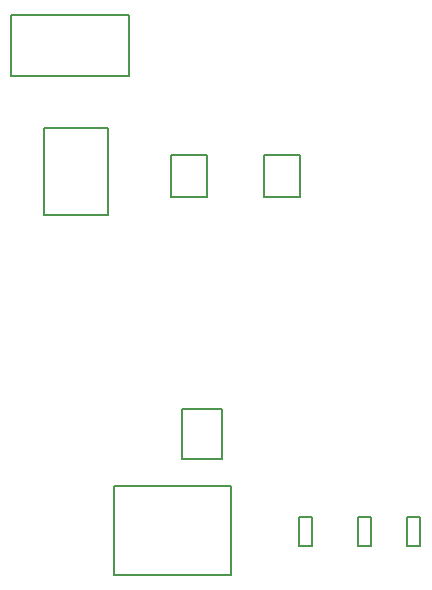
<source format=gbr>
G04*
G04 #@! TF.GenerationSoftware,Altium Limited,Altium Designer,25.3.3 (18)*
G04*
G04 Layer_Color=32768*
%FSLAX25Y25*%
%MOIN*%
G70*
G04*
G04 #@! TF.SameCoordinates,2E22F27B-A00B-49EA-A22F-E70647FCC6C8*
G04*
G04*
G04 #@! TF.FilePolarity,Positive*
G04*
G01*
G75*
%ADD10C,0.00787*%
D10*
X231640Y219440D02*
Y248560D01*
X210360Y219440D02*
X231640D01*
X210360D02*
Y248560D01*
X231640D01*
X283398Y239402D02*
X295602D01*
X283398Y225598D02*
Y239402D01*
Y225598D02*
X295602D01*
Y239402D01*
X199354Y265823D02*
X238646D01*
Y286138D01*
X199354D02*
X238646D01*
X199354Y265823D02*
Y286138D01*
X331335Y118921D02*
X335665D01*
X331335Y109079D02*
Y118921D01*
Y109079D02*
X335665D01*
Y118921D01*
X252398Y239402D02*
X264602D01*
X252398Y225598D02*
Y239402D01*
Y225598D02*
X264602D01*
Y239402D01*
X233433Y99630D02*
Y129354D01*
Y99630D02*
X272567D01*
Y129354D01*
X233433D02*
X272567D01*
X256307Y138220D02*
X269693D01*
Y154780D01*
X256307D02*
X269693D01*
X256307Y138220D02*
Y154780D01*
X314835Y118921D02*
X319165D01*
X314835Y109079D02*
Y118921D01*
Y109079D02*
X319165D01*
Y118921D01*
X295335D02*
X299665D01*
X295335Y109079D02*
Y118921D01*
Y109079D02*
X299665D01*
Y118921D01*
M02*

</source>
